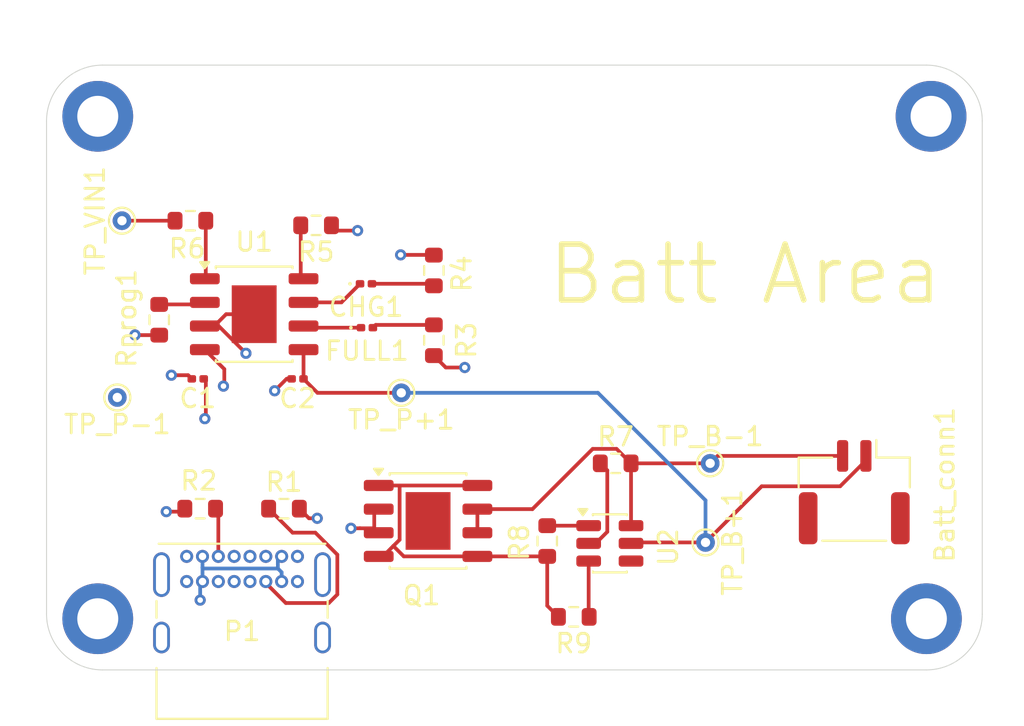
<source format=kicad_pcb>
(kicad_pcb (version 20241229) (generator "pcbnew") (generator_version "9.0")
  (layers (0 "F.Cu" signal "Top") (4 "In1.Cu" signal "GND") (6 "In2.Cu" signal "PWR") (2 "B.Cu" signal "Bottom") (13 "F.Paste" user) (15 "B.Paste" user) (5 "F.SilkS" user "F.Silkscreen") (7 "B.SilkS" user "B.Silkscreen") (1 "F.Mask" user) (3 "B.Mask" user) (25 "Edge.Cuts" user))
  (net 0 "")
  (net 1 "/B+")
  (net 2 "/B-")
  (net 3 "/VIN")
  (net 4 "GND")
  (net 5 "Net-(CHG1-K)")
  (net 6 "Net-(CHG1-A)")
  (net 7 "Net-(FULL1-A)")
  (net 8 "Net-(FULL1-K)")
  (net 9 "Net-(P1-VCONN)")
  (net 10 "Net-(P1-CC)")
  (net 13 "Net-(Q1-Pad1)")
  (net 14 "Net-(U1-CE)")
  (net 15 "Net-(U1-TEMP)")
  (net 16 "Net-(U2-CS)")
  (net 17 "Net-(U2-OD)")
  (net 18 "Net-(U2-OC)")
  (net 19 "Net-(U1-PROG)")
  (footprint "Resistor_SMD:R_0603_1608Metric" (layer "F.Cu") (at 165.225 84.36)
    (property "Reference" "R6" (at -0.175 1.5 0) (layer "F.SilkS"))
    (property "Value" "1KΩ" (hide yes))
    (fp_line (start -0.237258 -0.5225) (end 0.237258 -0.5225) (stroke (width 0.12)) (layer "F.SilkS"))
    (fp_line (start -0.237258 0.5225) (end 0.237258 0.5225) (stroke (width 0.12)) (layer "F.SilkS"))
    (pad "1" smd roundrect (at -0.825 0) (size 0.8 0.95) (layers "F.Cu" "F.Mask" "F.Paste") (net 3 "/VIN"))
    (pad "2" smd roundrect (at 0.825 0) (size 0.8 0.95) (layers "F.Cu" "F.Mask" "F.Paste") (net 15 "Net-(U1-TEMP)"))
  )
  (footprint "TestPoint:TestPoint_THTPad_D1.0mm_Drill0.5mm" (layer "F.Cu") (at 176.55 93.61 180)
    (property "Reference" "TP_P+1" (at 0 -1.448 0) (layer "F.SilkS"))
    (property "Value" "TestPoint" (hide yes))
    (fp_circle (center 0 0) (end 0 0.7) (stroke (width 0.12)) (fill no) (layer "F.SilkS"))
    (pad "1" thru_hole circle (at 0 0 180) (size 1 1) (drill 0.5) (layers "*.Cu" "*.Mask") (net 1 "/B+"))
  )
  (footprint "Connector_USB:USB_C_Receptacle_GCT_USB4085" (layer "F.Cu") (at 165.025 102.4)
    (property "Reference" "P1" (at 2.975 4.025 0) (layer "F.SilkS"))
    (property "Value" "USB_C_Plug_USB2.0" (hide yes))
    (fp_line (start -1.62 2.4) (end -1.62 3.3) (stroke (width 0.12)) (layer "F.SilkS"))
    (fp_line (start -1.62 6) (end -1.62 8.73) (stroke (width 0.12)) (layer "F.SilkS"))
    (fp_line (start -1.62 8.73) (end 7.57 8.73) (stroke (width 0.12)) (layer "F.SilkS"))
    (fp_line (start -1.5 -0.68) (end 7.45 -0.68) (stroke (width 0.12)) (layer "F.SilkS"))
    (fp_line (start 7.57 2.4) (end 7.57 3.3) (stroke (width 0.12)) (layer "F.SilkS"))
    (fp_line (start 7.57 6) (end 7.57 8.73) (stroke (width 0.12)) (layer "F.SilkS"))
    (pad "A1" thru_hole circle (at 0 0) (size 0.7 0.7) (drill 0.4) (layers "*.Cu" "*.Mask") (net 4 "GND"))
    (pad "A4" thru_hole circle (at 0.85 0) (size 0.7 0.7) (drill 0.4) (layers "*.Cu" "*.Mask") (net 3 "/VIN"))
    (pad "A5" thru_hole circle (at 1.7 0) (size 0.7 0.7) (drill 0.4) (layers "*.Cu" "*.Mask") (net 10 "Net-(P1-CC)"))
    (pad "A6" thru_hole circle (at 2.55 0) (size 0.7 0.7) (drill 0.4) (layers "*.Cu" "*.Mask"))
    (pad "A7" thru_hole circle (at 3.4 0) (size 0.7 0.7) (drill 0.4) (layers "*.Cu" "*.Mask"))
    (pad "A8" thru_hole circle (at 4.25 0) (size 0.7 0.7) (drill 0.4) (layers "*.Cu" "*.Mask"))
    (pad "A9" thru_hole circle (at 5.1 0) (size 0.7 0.7) (drill 0.4) (layers "*.Cu" "*.Mask") (net 3 "/VIN"))
    (pad "A12" thru_hole circle (at 5.95 0) (size 0.7 0.7) (drill 0.4) (layers "*.Cu" "*.Mask") (net 4 "GND"))
    (pad "B1" thru_hole circle (at 5.95 1.35) (size 0.7 0.7) (drill 0.4) (layers "*.Cu" "*.Mask") (net 4 "GND"))
    (pad "B4" thru_hole circle (at 5.1 1.35) (size 0.7 0.7) (drill 0.4) (layers "*.Cu" "*.Mask") (net 3 "/VIN"))
    (pad "B5" thru_hole circle (at 4.25 1.35) (size 0.7 0.7) (drill 0.4) (layers "*.Cu" "*.Mask") (net 9 "Net-(P1-VCONN)"))
    (pad "B6" thru_hole circle (at 3.4 1.35) (size 0.7 0.7) (drill 0.4) (layers "*.Cu" "*.Mask"))
    (pad "B7" thru_hole circle (at 2.55 1.35) (size 0.7 0.7) (drill 0.4) (layers "*.Cu" "*.Mask"))
    (pad "B8" thru_hole circle (at 1.7 1.35) (size 0.7 0.7) (drill 0.4) (layers "*.Cu" "*.Mask"))
    (pad "B9" thru_hole circle (at 0.85 1.35) (size 0.7 0.7) (drill 0.4) (layers "*.Cu" "*.Mask") (net 3 "/VIN"))
    (pad "B12" thru_hole circle (at 0 1.35) (size 0.7 0.7) (drill 0.4) (layers "*.Cu" "*.Mask") (net 4 "GND"))
    (pad "S1" thru_hole oval (at -1.35 0.98) (size 0.9 2.4) (drill oval 0.6 2.1) (layers "*.Cu" "*.Mask") (net 4 "GND"))
    (pad "S1" thru_hole oval (at -1.35 4.36) (size 0.9 1.7) (drill oval 0.6 1.4) (layers "*.Cu" "*.Mask") (net 4 "GND"))
    (pad "S1" thru_hole oval (at 7.3 0.98) (size 0.9 2.4) (drill oval 0.6 2.1) (layers "*.Cu" "*.Mask") (net 4 "GND"))
    (pad "S1" thru_hole oval (at 7.3 4.36) (size 0.9 1.7) (drill oval 0.6 1.4) (layers "*.Cu" "*.Mask") (net 4 "GND"))
  )
  (footprint "Resistor_SMD:R_0603_1608Metric" (layer "F.Cu") (at 185.8125 105.65 180)
    (property "Reference" "R9" (at 0 -1.43 0) (layer "F.SilkS"))
    (property "Value" "100Ω" (hide yes))
    (fp_line (start -0.237258 0.5225) (end 0.237258 0.5225) (stroke (width 0.12)) (layer "F.SilkS"))
    (fp_line (start -0.237258 -0.5225) (end 0.237258 -0.5225) (stroke (width 0.12)) (layer "F.SilkS"))
    (pad "1" smd roundrect (at -0.825 0 180) (size 0.8 0.95) (layers "F.Cu" "F.Mask" "F.Paste") (net 18 "Net-(U2-OC)"))
    (pad "2" smd roundrect (at 0.825 0 180) (size 0.8 0.95) (layers "F.Cu" "F.Mask" "F.Paste") (net 13 "Net-(Q1-Pad1)"))
  )
  (footprint "Connector_JST:JST_GH_BM02B-GHS-TBT_1x02-1MP_P1.25mm_Vertical" (layer "F.Cu") (at 200.875 98.95 180)
    (property "Reference" "Batt_conn1" (at -4.8625 0.4 90) (layer "F.SilkS"))
    (property "Value" "J1" (hide yes))
    (fp_line (start 2.985 1.86) (end 1.185 1.86) (stroke (width 0.12)) (layer "F.SilkS"))
    (fp_line (start 2.985 0.26) (end 2.985 1.86) (stroke (width 0.12)) (layer "F.SilkS"))
    (fp_line (start -1.185 1.86) (end -1.185 2.8) (stroke (width 0.12)) (layer "F.SilkS"))
    (fp_line (start -1.715 -2.61) (end 1.715 -2.61) (stroke (width 0.12)) (layer "F.SilkS"))
    (fp_line (start -2.985 1.86) (end -1.185 1.86) (stroke (width 0.12)) (layer "F.SilkS"))
    (fp_line (start -2.985 0.26) (end -2.985 1.86) (stroke (width 0.12)) (layer "F.SilkS"))
    (pad "1" smd roundrect (at -0.625 1.95 180) (size 0.6 1.7) (layers "F.Cu" "F.Mask" "F.Paste") (net 1 "/B+"))
    (pad "2" smd roundrect (at 0.625 1.95 180) (size 0.6 1.7) (layers "F.Cu" "F.Mask" "F.Paste") (net 2 "/B-"))
    (pad "MP" smd roundrect (at -2.475 -1.4 180) (size 1 2.8) (layers "F.Cu" "F.Mask" "F.Paste"))
    (pad "MP" smd roundrect (at 2.475 -1.4 180) (size 1 2.8) (layers "F.Cu" "F.Mask" "F.Paste"))
  )
  (footprint "Capacitor_SMD:C_0201_0603Metric" (layer "F.Cu") (at 170.98 92.86 180)
    (property "Reference" "C2" (at 0 -1.05 0) (layer "F.SilkS"))
    (property "Value" "10µF" (hide yes))
    (pad "1" smd roundrect (at -0.32 0 180) (size 0.46 0.4) (layers "F.Cu" "F.Mask") (net 1 "/B+"))
    (pad "2" smd roundrect (at 0.32 0 180) (size 0.46 0.4) (layers "F.Cu" "F.Mask") (net 4 "GND"))
  )
  (footprint "Resistor_SMD:R_0603_1608Metric" (layer "F.Cu") (at 163.55 89.685 -90)
    (property "Reference" "Rprog1" (at -0.075 1.75 90) (layer "F.SilkS"))
    (property "Value" "2KΩ" (hide yes))
    (fp_line (start -0.237258 0.5225) (end 0.237258 0.5225) (stroke (width 0.12)) (layer "F.SilkS"))
    (fp_line (start -0.237258 -0.5225) (end 0.237258 -0.5225) (stroke (width 0.12)) (layer "F.SilkS"))
    (pad "1" smd roundrect (at -0.825 0 270) (size 0.8 0.95) (layers "F.Cu" "F.Mask" "F.Paste") (net 19 "Net-(U1-PROG)"))
    (pad "2" smd roundrect (at 0.825 0 270) (size 0.8 0.95) (layers "F.Cu" "F.Mask" "F.Paste") (net 4 "GND"))
  )
  (footprint "MountingHole:MountingHole_2.2mm_M2_DIN965_Pad" (layer "F.Cu") (at 205 78.75)
    (property "Reference" "H2" (hide yes))
    (property "Value" "MountingHole" (hide yes))
    (pad "1" thru_hole circle (at 0 0) (size 3.8 3.8) (drill 2.2) (layers "*.Cu" "*.Mask"))
  )
  (footprint "Resistor_SMD:R_0603_1608Metric" (layer "F.Cu") (at 178.3 87.035 -90)
    (property "Reference" "R4" (at 0.175 -1.5 90) (layer "F.SilkS"))
    (property "Value" "1KΩ" (hide yes))
    (fp_line (start -0.237258 0.5225) (end 0.237258 0.5225) (stroke (width 0.12)) (layer "F.SilkS"))
    (fp_line (start -0.237258 -0.5225) (end 0.237258 -0.5225) (stroke (width 0.12)) (layer "F.SilkS"))
    (pad "1" smd roundrect (at -0.825 0 270) (size 0.8 0.95) (layers "F.Cu" "F.Mask" "F.Paste") (net 3 "/VIN"))
    (pad "2" smd roundrect (at 0.825 0 270) (size 0.8 0.95) (layers "F.Cu" "F.Mask" "F.Paste") (net 6 "Net-(CHG1-A)"))
  )
  (footprint "LED_SMD:LED_0201_0603Metric" (layer "F.Cu") (at 174.655 87.75)
    (property "Reference" "CHG1" (at 0 1.25 0) (layer "F.SilkS"))
    (property "Value" "LED" (hide yes))
    (fp_circle (center -0.86 0) (end -0.81 0) (stroke (width 0.1)) (fill no) (layer "F.SilkS"))
    (pad "1" smd roundrect (at -0.32 0) (size 0.46 0.4) (layers "F.Cu" "F.Mask") (net 5 "Net-(CHG1-K)"))
    (pad "2" smd roundrect (at 0.32 0) (size 0.46 0.4) (layers "F.Cu" "F.Mask") (net 6 "Net-(CHG1-A)"))
  )
  (footprint "Resistor_SMD:R_0603_1608Metric" (layer "F.Cu") (at 171.975 84.61 180)
    (property "Reference" "R5" (at 0 -1.43 0) (layer "F.SilkS"))
    (property "Value" "1KΩ" (hide yes))
    (fp_line (start -0.237258 0.5225) (end 0.237258 0.5225) (stroke (width 0.12)) (layer "F.SilkS"))
    (fp_line (start -0.237258 -0.5225) (end 0.237258 -0.5225) (stroke (width 0.12)) (layer "F.SilkS"))
    (pad "1" smd roundrect (at -0.825 0 180) (size 0.8 0.95) (layers "F.Cu" "F.Mask" "F.Paste") (net 3 "/VIN"))
    (pad "2" smd roundrect (at 0.825 0 180) (size 0.8 0.95) (layers "F.Cu" "F.Mask" "F.Paste") (net 14 "Net-(U1-CE)"))
  )
  (footprint "Package_TO_SOT_SMD:SOT-23-6" (layer "F.Cu") (at 187.75 101.7)
    (property "Reference" "U2" (at 3.1375 0.2 90) (layer "F.SilkS"))
    (property "Value" "DW01A" (hide yes))
    (fp_line (start -0.91 -1.56) (end 0.91 -1.56) (stroke (width 0.12)) (layer "F.SilkS"))
    (fp_line (start -0.91 -1.51) (end -0.91 -1.56) (stroke (width 0.12)) (layer "F.SilkS"))
    (fp_line (start -0.91 1.56) (end -0.91 1.51) (stroke (width 0.12)) (layer "F.SilkS"))
    (fp_line (start 0.91 -1.56) (end 0.91 -1.51) (stroke (width 0.12)) (layer "F.SilkS"))
    (fp_line (start 0.91 1.51) (end 0.91 1.56) (stroke (width 0.12)) (layer "F.SilkS"))
    (fp_line (start 0.91 1.56) (end -0.91 1.56) (stroke (width 0.12)) (layer "F.SilkS"))
    (fp_poly (pts (xy -1.45 -1.51) (xy -1.69 -1.84) (xy -1.21 -1.84)) (stroke (width 0.12)) (fill yes) (layer "F.SilkS"))
    (pad "1" smd roundrect (at -1.1375 -0.95) (size 1.325 0.6) (layers "F.Cu" "F.Mask" "F.Paste") (net 17 "Net-(U2-OD)"))
    (pad "2" smd roundrect (at -1.1375 0) (size 1.325 0.6) (layers "F.Cu" "F.Mask" "F.Paste") (net 16 "Net-(U2-CS)"))
    (pad "3" smd roundrect (at -1.1375 0.95) (size 1.325 0.6) (layers "F.Cu" "F.Mask" "F.Paste") (net 18 "Net-(U2-OC)"))
    (pad "4" smd roundrect (at 1.1375 0.95) (size 1.325 0.6) (layers "F.Cu" "F.Mask" "F.Paste"))
    (pad "5" smd roundrect (at 1.1375 0) (size 1.325 0.6) (layers "F.Cu" "F.Mask" "F.Paste") (net 1 "/B+"))
    (pad "6" smd roundrect (at 1.1375 -0.95) (size 1.325 0.6) (layers "F.Cu" "F.Mask" "F.Paste") (net 2 "/B-"))
  )
  (footprint "Package_SO:HSOP-8-1EP_3.9x4.9mm_P1.27mm_EP2.41x3.1mm" (layer "F.Cu") (at 168.65 89.385)
    (property "Reference" "U1" (at 0 -3.885 0) (layer "F.SilkS"))
    (property "Value" "TP4056-42-ESOP8" (hide yes))
    (fp_line (start -2.06 -2.56) (end 2.06 -2.56) (stroke (width 0.12)) (layer "F.SilkS"))
    (fp_line (start -2.06 -2.465) (end -2.06 -2.56) (stroke (width 0.12)) (layer "F.SilkS"))
    (fp_line (start -2.06 2.56) (end -2.06 2.465) (stroke (width 0.12)) (layer "F.SilkS"))
    (fp_line (start 2.06 -2.56) (end 2.06 -2.465) (stroke (width 0.12)) (layer "F.SilkS"))
    (fp_line (start 2.06 2.465) (end 2.06 2.56) (stroke (width 0.12)) (layer "F.SilkS"))
    (fp_line (start 2.06 2.56) (end -2.06 2.56) (stroke (width 0.12)) (layer "F.SilkS"))
    (fp_poly (pts (xy -2.66 -2.47) (xy -2.9 -2.8) (xy -2.42 -2.8)) (stroke (width 0.12)) (fill yes) (layer "F.SilkS"))
    (pad "1" smd roundrect (at -2.65 -1.905) (size 1.6 0.6) (layers "F.Cu" "F.Mask" "F.Paste") (net 15 "Net-(U1-TEMP)"))
    (pad "2" smd roundrect (at -2.65 -0.635) (size 1.6 0.6) (layers "F.Cu" "F.Mask" "F.Paste") (net 19 "Net-(U1-PROG)"))
    (pad "3" smd roundrect (at -2.65 0.635) (size 1.6 0.6) (layers "F.Cu" "F.Mask" "F.Paste") (net 4 "GND"))
    (pad "4" smd roundrect (at -2.65 1.905) (size 1.6 0.6) (layers "F.Cu" "F.Mask" "F.Paste") (net 3 "/VIN"))
    (pad "5" smd roundrect (at 2.65 1.905) (size 1.6 0.6) (layers "F.Cu" "F.Mask" "F.Paste") (net 1 "/B+"))
    (pad "6" smd roundrect (at 2.65 0.635) (size 1.6 0.6) (layers "F.Cu" "F.Mask" "F.Paste") (net 8 "Net-(FULL1-K)"))
    (pad "7" smd roundrect (at 2.65 -0.635) (size 1.6 0.6) (layers "F.Cu" "F.Mask" "F.Paste") (net 5 "Net-(CHG1-K)"))
    (pad "8" smd roundrect (at 2.65 -1.905) (size 1.6 0.6) (layers "F.Cu" "F.Mask" "F.Paste") (net 14 "Net-(U1-CE)"))
    (pad "9" smd rect (at 0 0) (size 2.41 3.1) (property pad_prop_heatsink) (layers "F.Cu" "F.Mask") (net 4 "GND"))
  )
  (footprint "MountingHole:MountingHole_2.2mm_M2_DIN965_Pad" (layer "F.Cu") (at 204.75 105.75)
    (property "Reference" "H4" (hide yes))
    (property "Value" "MountingHole" (hide yes))
    (pad "1" thru_hole circle (at 0 0) (size 3.8 3.8) (drill 2.2) (layers "*.Cu" "*.Mask"))
  )
  (footprint "Resistor_SMD:R_0603_1608Metric" (layer "F.Cu") (at 170.25 99.835)
    (property "Reference" "R1" (at 0 -1.43 0) (layer "F.SilkS"))
    (property "Value" "5.1KΩ" (hide yes))
    (fp_line (start -0.237258 -0.5225) (end 0.237258 -0.5225) (stroke (width 0.12)) (layer "F.SilkS"))
    (fp_line (start -0.237258 0.5225) (end 0.237258 0.5225) (stroke (width 0.12)) (layer "F.SilkS"))
    (pad "1" smd roundrect (at -0.825 0) (size 0.8 0.95) (layers "F.Cu" "F.Mask" "F.Paste") (net 9 "Net-(P1-VCONN)"))
    (pad "2" smd roundrect (at 0.825 0) (size 0.8 0.95) (layers "F.Cu" "F.Mask" "F.Paste") (net 4 "GND"))
  )
  (footprint "Capacitor_SMD:C_0201_0603Metric" (layer "F.Cu") (at 165.62 92.86 180)
    (property "Reference" "C1" (at 0 -1.05 0) (layer "F.SilkS"))
    (property "Value" "10µF" (hide yes))
    (pad "1" smd roundrect (at -0.32 0 180) (size 0.46 0.4) (layers "F.Cu" "F.Mask") (net 3 "/VIN"))
    (pad "2" smd roundrect (at 0.32 0 180) (size 0.46 0.4) (layers "F.Cu" "F.Mask") (net 4 "GND"))
  )
  (footprint "MountingHole:MountingHole_2.2mm_M2_DIN965_Pad" (layer "F.Cu") (at 160.25 105.75)
    (property "Reference" "H3" (hide yes))
    (property "Value" "MountingHole" (hide yes))
    (pad "1" thru_hole circle (at 0 0) (size 3.8 3.8) (drill 2.2) (layers "*.Cu" "*.Mask"))
  )
  (footprint "TestPoint:TestPoint_THTPad_D1.0mm_Drill0.5mm" (layer "F.Cu") (at 193.1375 97.4)
    (property "Reference" "TP_B-1" (at 0 -1.448 0) (layer "F.SilkS"))
    (property "Value" "TestPoint" (hide yes))
    (fp_circle (center 0 0) (end 0 0.7) (stroke (width 0.12)) (fill no) (layer "F.SilkS"))
    (pad "1" thru_hole circle (at 0 0) (size 1 1) (drill 0.5) (layers "*.Cu" "*.Mask") (net 2 "/B-"))
  )
  (footprint "MountingHole:MountingHole_2.2mm_M2_DIN965_Pad" (layer "F.Cu") (at 160.25 78.75)
    (property "Reference" "H1" (hide yes))
    (property "Value" "MountingHole" (hide yes))
    (pad "1" thru_hole circle (at 0 0) (size 3.8 3.8) (drill 2.2) (layers "*.Cu" "*.Mask"))
  )
  (footprint "TestPoint:TestPoint_THTPad_D1.0mm_Drill0.5mm" (layer "F.Cu") (at 161.55 84.36 90)
    (property "Reference" "TP_VIN1" (at 0 -1.448 90) (layer "F.SilkS"))
    (property "Value" "TestPoint" (hide yes))
    (fp_circle (center 0 0) (end 0 0.7) (stroke (width 0.12)) (fill no) (layer "F.SilkS"))
    (pad "1" thru_hole circle (at 0 0 90) (size 1 1) (drill 0.5) (layers "*.Cu" "*.Mask") (net 3 "/VIN"))
  )
  (footprint "Resistor_SMD:R_0603_1608Metric" (layer "F.Cu") (at 178.3 90.785 90)
    (property "Reference" "R3" (at 0 1.75 90) (layer "F.SilkS"))
    (property "Value" "1KΩ" (hide yes))
    (fp_line (start -0.237258 -0.5225) (end 0.237258 -0.5225) (stroke (width 0.12)) (layer "F.SilkS"))
    (fp_line (start -0.237258 0.5225) (end 0.237258 0.5225) (stroke (width 0.12)) (layer "F.SilkS"))
    (pad "1" smd roundrect (at -0.825 0 90) (size 0.8 0.95) (layers "F.Cu" "F.Mask" "F.Paste") (net 3 "/VIN"))
    (pad "2" smd roundrect (at 0.825 0 90) (size 0.8 0.95) (layers "F.Cu" "F.Mask" "F.Paste") (net 7 "Net-(FULL1-A)"))
  )
  (footprint "Package_SO:HSOP-8-1EP_3.9x4.9mm_P1.27mm_EP2.41x3.1mm" (layer "F.Cu") (at 177.9875 100.495)
    (property "Reference" "Q1" (at -0.35 4.005 0) (layer "F.SilkS"))
    (property "Value" "FS8205A" (hide yes))
    (fp_line (start -2.06 -2.56) (end 2.06 -2.56) (stroke (width 0.12)) (layer "F.SilkS"))
    (fp_line (start -2.06 -2.465) (end -2.06 -2.56) (stroke (width 0.12)) (layer "F.SilkS"))
    (fp_line (start -2.06 2.56) (end -2.06 2.465) (stroke (width 0.12)) (layer "F.SilkS"))
    (fp_line (start 2.06 -2.56) (end 2.06 -2.465) (stroke (width 0.12)) (layer "F.SilkS"))
    (fp_line (start 2.06 2.465) (end 2.06 2.56) (stroke (width 0.12)) (layer "F.SilkS"))
    (fp_line (start 2.06 2.56) (end -2.06 2.56) (stroke (width 0.12)) (layer "F.SilkS"))
    (fp_poly (pts (xy -2.66 -2.47) (xy -2.9 -2.8) (xy -2.42 -2.8)) (stroke (width 0.12)) (fill yes) (layer "F.SilkS"))
    (pad "1" smd roundrect (at -2.65 -1.905) (size 1.6 0.6) (layers "F.Cu" "F.Mask" "F.Paste") (net 13 "Net-(Q1-Pad1)"))
    (pad "2" smd roundrect (at -2.65 -0.635) (size 1.6 0.6) (layers "F.Cu" "F.Mask" "F.Paste") (net 4 "GND"))
    (pad "3" smd roundrect (at -2.65 0.635) (size 1.6 0.6) (layers "F.Cu" "F.Mask" "F.Paste") (net 4 "GND"))
    (pad "4" smd roundrect (at -2.65 1.905) (size 1.6 0.6) (layers "F.Cu" "F.Mask" "F.Paste") (net 13 "Net-(Q1-Pad1)"))
    (pad "5" smd roundrect (at 2.65 1.905) (size 1.6 0.6) (layers "F.Cu" "F.Mask" "F.Paste") (net 13 "Net-(Q1-Pad1)"))
    (pad "6" smd roundrect (at 2.65 0.635) (size 1.6 0.6) (layers "F.Cu" "F.Mask" "F.Paste") (net 2 "/B-"))
    (pad "7" smd roundrect (at 2.65 -0.635) (size 1.6 0.6) (layers "F.Cu" "F.Mask" "F.Paste") (net 2 "/B-"))
    (pad "8" smd roundrect (at 2.65 -1.905) (size 1.6 0.6) (layers "F.Cu" "F.Mask" "F.Paste") (net 13 "Net-(Q1-Pad1)"))
    (pad "9" smd rect (at 0 0) (size 2.41 3.1) (property pad_prop_heatsink) (layers "F.Cu" "F.Mask"))
  )
  (footprint "Resistor_SMD:R_0603_1608Metric" (layer "F.Cu") (at 165.75 99.835 180)
    (property "Reference" "R2" (at 0.075 1.5 0) (layer "F.SilkS"))
    (property "Value" "5.1KΩ" (hide yes))
    (fp_line (start -0.237258 0.5225) (end 0.237258 0.5225) (stroke (width 0.12)) (layer "F.SilkS"))
    (fp_line (start -0.237258 -0.5225) (end 0.237258 -0.5225) (stroke (width 0.12)) (layer "F.SilkS"))
    (pad "1" smd roundrect (at -0.825 0 180) (size 0.8 0.95) (layers "F.Cu" "F.Mask" "F.Paste") (net 10 "Net-(P1-CC)"))
    (pad "2" smd roundrect (at 0.825 0 180) (size 0.8 0.95) (layers "F.Cu" "F.Mask" "F.Paste") (net 4 "GND"))
  )
  (footprint "Resistor_SMD:R_0603_1608Metric" (layer "F.Cu") (at 188.0625 97.4)
    (property "Reference" "R7" (at 0 -1.43 0) (layer "F.SilkS"))
    (property "Value" "200mΩ" (hide yes))
    (fp_line (start -0.237258 -0.5225) (end 0.237258 -0.5225) (stroke (width 0.12)) (layer "F.SilkS"))
    (fp_line (start -0.237258 0.5225) (end 0.237258 0.5225) (stroke (width 0.12)) (layer "F.SilkS"))
    (pad "1" smd roundrect (at -0.825 0) (size 0.8 0.95) (layers "F.Cu" "F.Mask" "F.Paste") (net 16 "Net-(U2-CS)"))
    (pad "2" smd roundrect (at 0.825 0) (size 0.8 0.95) (layers "F.Cu" "F.Mask" "F.Paste") (net 2 "/B-"))
  )
  (footprint "LED_SMD:LED_0201_0603Metric" (layer "F.Cu") (at 174.705 90.11)
    (property "Reference" "FULL1" (at 0 1.25 0) (layer "F.SilkS"))
    (property "Value" "LED" (hide yes))
    (fp_circle (center -0.86 0) (end -0.81 0) (stroke (width 0.1)) (fill no) (layer "F.SilkS"))
    (pad "1" smd roundrect (at -0.32 0) (size 0.46 0.4) (layers "F.Cu" "F.Mask") (net 8 "Net-(FULL1-K)"))
    (pad "2" smd roundrect (at 0.32 0) (size 0.46 0.4) (layers "F.Cu" "F.Mask") (net 7 "Net-(FULL1-A)"))
  )
  (footprint "TestPoint:TestPoint_THTPad_D1.0mm_Drill0.5mm" (layer "F.Cu") (at 161.3 93.86 180)
    (property "Reference" "TP_P-1" (at 0 -1.448 0) (layer "F.SilkS"))
    (property "Value" "TestPoint" (hide yes))
    (fp_circle (center 0 0) (end 0 0.7) (stroke (width 0.12)) (fill no) (layer "F.SilkS"))
    (pad "1" thru_hole circle (at 0 0 180) (size 1 1) (drill 0.5) (layers "*.Cu" "*.Mask") (net 4 "GND"))
  )
  (footprint "Resistor_SMD:R_0603_1608Metric" (layer "F.Cu") (at 184.3875 101.575 -90)
    (property "Reference" "R8" (at 0.075 1.5 90) (layer "F.SilkS"))
    (property "Value" "100Ω" (hide yes))
    (fp_line (start -0.237258 0.5225) (end 0.237258 0.5225) (stroke (width 0.12)) (layer "F.SilkS"))
    (fp_line (start -0.237258 -0.5225) (end 0.237258 -0.5225) (stroke (width 0.12)) (layer "F.SilkS"))
    (pad "1" smd roundrect (at -0.825 0 270) (size 0.8 0.95) (layers "F.Cu" "F.Mask" "F.Paste") (net 17 "Net-(U2-OD)"))
    (pad "2" smd roundrect (at 0.825 0 270) (size 0.8 0.95) (layers "F.Cu" "F.Mask" "F.Paste") (net 13 "Net-(Q1-Pad1)"))
  )
  (footprint "TestPoint:TestPoint_THTPad_D1.0mm_Drill0.5mm" (layer "F.Cu") (at 192.8875 101.65 -90)
    (property "Reference" "TP_B+1" (at 0 -1.448 90) (layer "F.SilkS"))
    (property "Value" "TestPoint" (hide yes))
    (fp_circle (center 0 0) (end 0 0.7) (stroke (width 0.12)) (fill no) (layer "F.SilkS"))
    (pad "1" thru_hole circle (at 0 0 270) (size 1 1) (drill 0.5) (layers "*.Cu" "*.Mask") (net 1 "/B+"))
  )
  (gr_line (start 207.75 79) (end 207.75 105.5) (stroke (width 0.05)) (layer "Edge.Cuts"))
  (gr_arc (start 204.75 76) (mid 206.87132 76.87868) (end 207.75 79) (stroke (width 0.05)) (layer "Edge.Cuts"))
  (gr_arc (start 157.5 79) (mid 158.37868 76.87868) (end 160.5 76) (stroke (width 0.05)) (layer "Edge.Cuts"))
  (gr_arc (start 207.75 105.5) (mid 206.87132 107.62132) (end 204.75 108.5) (stroke (width 0.05)) (layer "Edge.Cuts"))
  (gr_line (start 160.5 76) (end 204.75 76) (stroke (width 0.05)) (layer "Edge.Cuts"))
  (gr_line (start 157.5 105.5) (end 157.5 79) (stroke (width 0.05)) (layer "Edge.Cuts"))
  (gr_arc (start 160.5 108.5) (mid 158.37868 107.62132) (end 157.5 105.5) (stroke (width 0.05)) (layer "Edge.Cuts"))
  (gr_line (start 204.75 108.5) (end 160.5 108.5) (stroke (width 0.05)) (layer "Edge.Cuts"))
  (gr_text "Batt Area" (at 184.25 89 0) (layer "F.SilkS") (effects (font (size 3 3) (thickness 0.3) (bold yes)) (justify left bottom)))
  (segment (start 171.3 91.29) (end 171.3 92.86) (width 0.2) (layer "F.Cu") (net 1))
  (segment (start 188.9375 101.65) (end 192.8875 101.65) (width 0.2) (layer "F.Cu") (net 1))
  (segment (start 172.05 93.61) (end 171.3 92.86) (width 0.2) (layer "F.Cu") (net 1))
  (segment (start 201.5 97.2499) (end 201.5 97) (width 0.2) (layer "F.Cu") (net 1))
  (segment (start 176.55 93.61) (end 172.05 93.61) (width 0.2) (layer "F.Cu") (net 1))
  (segment (start 188.8875 101.7) (end 188.9375 101.65) (width 0.2) (layer "F.Cu") (net 1))
  (segment (start 192.8875 101.65) (end 195.9043 98.6332) (width 0.2) (layer "F.Cu") (net 1))
  (segment (start 200.1167 98.6332) (end 201.5 97.2499) (width 0.2) (layer "F.Cu") (net 1))
  (segment (start 195.9043 98.6332) (end 200.1167 98.6332) (width 0.2) (layer "F.Cu") (net 1))
  (segment (start 192.8875 99.3875) (end 192.8875 101.65) (width 0.2) (layer "B.Cu") (net 1))
  (segment (start 187.11 93.61) (end 192.8875 99.3875) (width 0.2) (layer "B.Cu") (net 1))
  (segment (start 176.55 93.61) (end 187.11 93.61) (width 0.2) (layer "B.Cu") (net 1))
  (segment (start 193.5375 97) (end 193.1375 97.4) (width 0.2) (layer "F.Cu") (net 2))
  (segment (start 183.5918 99.86) (end 180.6375 99.86) (width 0.2) (layer "F.Cu") (net 2))
  (segment (start 180.6375 99.86) (end 180.6375 101.13) (width 0.2) (layer "F.Cu") (net 2))
  (segment (start 188.8875 97.4) (end 188.11 96.6225) (width 0.2) (layer "F.Cu") (net 2))
  (segment (start 188.8875 100.75) (end 188.8875 97.4) (width 0.2) (layer "F.Cu") (net 2))
  (segment (start 188.11 96.6225) (end 186.8293 96.6225) (width 0.2) (layer "F.Cu") (net 2))
  (segment (start 200.25 97) (end 193.5375 97) (width 0.2) (layer "F.Cu") (net 2))
  (segment (start 186.8293 96.6225) (end 183.5918 99.86) (width 0.2) (layer "F.Cu") (net 2))
  (segment (start 188.8875 97.4) (end 193.1375 97.4) (width 0.2) (layer "F.Cu") (net 2))
  (segment (start 167.0455 93.2045) (end 167.0455 92.3355) (width 0.2) (layer "F.Cu") (net 3))
  (segment (start 166.0536 94.9464) (end 166.0536 92.9736) (width 0.2) (layer "F.Cu") (net 3))
  (segment (start 178.9396 92.2496) (end 178.3 91.61) (width 0.2) (layer "F.Cu") (net 3))
  (segment (start 165.875 104.625) (end 165.75 104.75) (width 0.2) (layer "F.Cu") (net 3))
  (segment (start 173.0829 84.8929) (end 172.8 84.61) (width 0.2) (layer "F.Cu") (net 3))
  (segment (start 164.2748 84.4852) (end 164.4 84.36) (width 0.2) (layer "F.Cu") (net 3))
  (segment (start 176.5152 86.1972) (end 178.2872 86.1972) (width 0.2) (layer "F.Cu") (net 3))
  (segment (start 167.0455 92.3355) (end 166 91.29) (width 0.2) (layer "F.Cu") (net 3))
  (segment (start 166.0536 92.9736) (end 165.94 92.86) (width 0.2) (layer "F.Cu") (net 3))
  (segment (start 167 93.25) (end 167.0455 93.2045) (width 0.2) (layer "F.Cu") (net 3))
  (segment (start 178.2872 86.1972) (end 178.3 86.21) (width 0.2) (layer "F.Cu") (net 3))
  (segment (start 164.4 84.36) (end 161.55 84.36) (width 0.2) (layer "F.Cu") (net 3))
  (segment (start 161.6752 84.4852) (end 161.55 84.36) (width 0.2) (layer "F.Cu") (net 3))
  (segment (start 179.9587 92.2496) (end 178.9396 92.2496) (width 0.2) (layer "F.Cu") (net 3))
  (segment (start 169.968974 102.556026) (end 170.125 102.4) (width 0.2) (layer "F.Cu") (net 3))
  (segment (start 166 95) (end 166.0536 94.9464) (width 0.2) (layer "F.Cu") (net 3))
  (segment (start 174.2035 84.8929) (end 173.0829 84.8929) (width 0.2) (layer "F.Cu") (net 3))
  (via (at 167 93.25) (size 0.6) (drill 0.3) (layers "F.Cu" "B.Cu") (net 3))
  (via (at 174.2035 84.8929) (size 0.6) (drill 0.3) (layers "F.Cu" "B.Cu") (net 3))
  (via (at 165.75 104.75) (size 0.6) (drill 0.3) (layers "F.Cu" "B.Cu") (net 3))
  (via (at 179.9587 92.2496) (size 0.6) (drill 0.3) (layers "F.Cu" "B.Cu") (net 3))
  (via (at 166 95) (size 0.6) (drill 0.3) (layers "F.Cu" "B.Cu") (net 3))
  (via (at 176.5152 86.1972) (size 0.6) (drill 0.3) (layers "F.Cu" "B.Cu") (net 3))
  (segment (start 169.920974 103.051) (end 170.125 103.255026) (width 0.2) (layer "B.Cu") (net 3))
  (segment (start 165.75 103.875) (end 165.875 103.75) (width 0.2) (layer "B.Cu") (net 3))
  (segment (start 165.75 104.75) (end 165.75 103.875) (width 0.2) (layer "B.Cu") (net 3))
  (segment (start 169.920974 102.604026) (end 170.125 102.4) (width 0.2) (layer "B.Cu") (net 3))
  (segment (start 165.875 103) (end 165.875 102.4) (width 0.2) (layer "B.Cu") (net 3))
  (segment (start 165.875 103) (end 165.926 103.051) (width 0.2) (layer "B.Cu") (net 3))
  (segment (start 169.920974 103.051) (end 169.920974 102.604026) (width 0.2) (layer "B.Cu") (net 3))
  (segment (start 170.125 103.255026) (end 170.125 103.75) (width 0.2) (layer "B.Cu") (net 3))
  (segment (start 165.875 103.75) (end 165.875 103) (width 0.2) (layer "B.Cu") (net 3))
  (segment (start 165.926 103.051) (end 169.920974 103.051) (width 0.2) (layer "B.Cu") (net 3))
  (segment (start 175.098 100.0995) (end 175.3375 99.86) (width 0.2) (layer "F.Cu") (net 4))
  (segment (start 173.8468 100.8905) (end 174.307 100.8905) (width 0.2) (layer "F.Cu") (net 4))
  (segment (start 171.5934 100.3534) (end 171.075 99.835) (width 0.2) (layer "F.Cu") (net 4))
  (segment (start 172.0367 100.3534) (end 171.5934 100.3534) (width 0.2) (layer "F.Cu") (net 4))
  (segment (start 164.2025 92.6633) (end 165.1033 92.6633) (width 0.2) (layer "F.Cu") (net 4))
  (segment (start 162.25 90.5) (end 162.26 90.51) (width 0.2) (layer "F.Cu") (net 4))
  (segment (start 162.26 90.51) (end 163.55 90.51) (width 0.2) (layer "F.Cu") (net 4))
  (segment (start 166 90.02) (end 166.5083 90.02) (width 0.2) (layer "F.Cu") (net 4))
  (segment (start 174.3483 100.8905) (end 175.098 100.8905) (width 0.2) (layer "F.Cu") (net 4))
  (segment (start 168.65 89.385) (end 167.1433 89.385) (width 0.2) (layer "F.Cu") (net 4))
  (segment (start 175.098 100.8905) (end 175.3375 101.13) (width 0.2) (layer "F.Cu") (net 4))
  (segment (start 164.7638 99.9962) (end 164.925 99.835) (width 0.2) (layer "F.Cu") (net 4))
  (segment (start 170.39 92.86) (end 170.66 92.86) (width 0.2) (layer "F.Cu") (net 4))
  (segment (start 169.75 93.5) (end 170.39 92.86) (width 0.2) (layer "F.Cu") (net 4))
  (segment (start 174.307 100.8905) (end 174.3483 100.8905) (width 0.2) (layer "F.Cu") (net 4))
  (segment (start 163.9298 99.9962) (end 164.7638 99.9962) (width 0.2) (layer "F.Cu") (net 4))
  (segment (start 169.75 93.5) (end 169.8502 93.3998) (width 0.2) (layer "F.Cu") (net 4))
  (segment (start 166.6252 89.9031) (end 167.1433 89.385) (width 0.2) (layer "F.Cu") (net 4))
  (segment (start 175.098 100.8905) (end 175.098 100.0995) (width 0.2) (layer "F.Cu") (net 4))
  (segment (start 168.2073 91.4852) (end 166.6252 89.9031) (width 0.2) (layer "F.Cu") (net 4))
  (segment (start 165.1033 92.6633) (end 165.3 92.86) (width 0.2) (layer "F.Cu") (net 4))
  (segment (start 166.5083 90.02) (end 166.6252 89.9031) (width 0.2) (layer "F.Cu") (net 4))
  (via (at 168.2073 91.4852) (size 0.6) (drill 0.3) (layers "F.Cu" "B.Cu") (net 4))
  (via (at 173.8468 100.8905) (size 0.6) (drill 0.3) (layers "F.Cu" "B.Cu") (net 4))
  (via (at 172.0367 100.3534) (size 0.6) (drill 0.3) (layers "F.Cu" "B.Cu") (net 4))
  (via (at 169.75 93.5) (size 0.6) (drill 0.3) (layers "F.Cu" "B.Cu") (net 4))
  (via (at 162.25 90.5) (size 0.6) (drill 0.3) (layers "F.Cu" "B.Cu") (net 4))
  (via (at 164.2025 92.6633) (size 0.6) (drill 0.3) (layers "F.Cu" "B.Cu") (net 4))
  (via (at 163.9298 99.9962) (size 0.6) (drill 0.3) (layers "F.Cu" "B.Cu") (net 4))
  (segment (start 173.335 88.75) (end 174.335 87.75) (width 0.2) (layer "F.Cu") (net 5))
  (segment (start 171.3 88.75) (end 173.335 88.75) (width 0.2) (layer "F.Cu") (net 5))
  (segment (start 174.975 87.75) (end 178.19 87.75) (width 0.2) (layer "F.Cu") (net 6))
  (segment (start 178.19 87.75) (end 178.3 87.86) (width 0.2) (layer "F.Cu") (net 6))
  (segment (start 178.3 89.96) (end 175.175 89.96) (width 0.2) (layer "F.Cu") (net 7))
  (segment (start 175.175 89.96) (end 175.025 90.11) (width 0.2) (layer "F.Cu") (net 7))
  (segment (start 174.385 90.11) (end 171.39 90.11) (width 0.2) (layer "F.Cu") (net 8))
  (segment (start 171.39 90.11) (end 171.3 90.02) (width 0.2) (layer "F.Cu") (net 8))
  (segment (start 172.6571 104.9055) (end 173.1152 104.4474) (width 0.2) (layer "F.Cu") (net 9))
  (segment (start 173.1152 102.3055) (end 171.9349 101.1252) (width 0.2) (layer "F.Cu") (net 9))
  (segment (start 170.7152 101.1252) (end 169.425 99.835) (width 0.2) (layer "F.Cu") (net 9))
  (segment (start 170.3492 104.9055) (end 172.6571 104.9055) (width 0.2) (layer "F.Cu") (net 9))
  (segment (start 169.275 103.75) (end 169.275 103.8313) (width 0.2) (layer "F.Cu") (net 9))
  (segment (start 173.1152 104.4474) (end 173.1152 102.3055) (width 0.2) (layer "F.Cu") (net 9))
  (segment (start 169.275 103.8313) (end 170.3492 104.9055) (width 0.2) (layer "F.Cu") (net 9))
  (segment (start 171.9349 101.1252) (end 170.7152 101.1252) (width 0.2) (layer "F.Cu") (net 9))
  (segment (start 166.725 99.985) (end 166.575 99.835) (width 0.2) (layer "F.Cu") (net 10))
  (segment (start 166.725 102.4) (end 166.725 99.985) (width 0.2) (layer "F.Cu") (net 10))
  (segment (start 184.3875 102.4) (end 180.6375 102.4) (width 0.2) (layer "F.Cu") (net 13))
  (segment (start 176.4603 98.59) (end 180.6375 98.59) (width 0.2) (layer "F.Cu") (net 13))
  (segment (start 184.9875 105.65) (end 184.3875 105.05) (width 0.2) (layer "F.Cu") (net 13))
  (segment (start 175.5643 102.4) (end 175.3375 102.4) (width 0.2) (layer "F.Cu") (net 13))
  (segment (start 176.1243 101.84) (end 175.5643 102.4) (width 0.2) (layer "F.Cu") (net 13))
  (segment (start 180.6375 102.4) (end 176.6843 102.4) (width 0.2) (layer "F.Cu") (net 13))
  (segment (start 176.4603 98.59) (end 176.4603 101.504) (width 0.2) (layer "F.Cu") (net 13))
  (segment (start 175.3375 98.59) (end 176.4603 98.59) (width 0.2) (layer "F.Cu") (net 13))
  (segment (start 176.4603 101.504) (end 176.1243 101.84) (width 0.2) (layer "F.Cu") (net 13))
  (segment (start 176.6843 102.4) (end 176.1243 101.84) (width 0.2) (layer "F.Cu") (net 13))
  (segment (start 184.3875 105.05) (end 184.3875 102.4) (width 0.2) (layer "F.Cu") (net 13))
  (segment (start 171.15 84.61) (end 171.15 87.33) (width 0.2) (layer "F.Cu") (net 14))
  (segment (start 171.15 87.33) (end 171.3 87.48) (width 0.2) (layer "F.Cu") (net 14))
  (segment (start 166.05 87.43) (end 166.05 84.36) (width 0.2) (layer "F.Cu") (net 15))
  (segment (start 166 87.48) (end 166.05 87.43) (width 0.2) (layer "F.Cu") (net 15))
  (segment (start 186.6125 101.7) (end 186.9908 101.7) (width 0.2) (layer "F.Cu") (net 16))
  (segment (start 187.6123 97.7748) (end 187.2375 97.4) (width 0.2) (layer "F.Cu") (net 16))
  (segment (start 187.6123 101.0785) (end 187.6123 97.7748) (width 0.2) (layer "F.Cu") (net 16))
  (segment (start 186.9908 101.7) (end 187.6123 101.0785) (width 0.2) (layer "F.Cu") (net 16))
  (segment (start 186.6125 100.75) (end 184.3875 100.75) (width 0.2) (layer "F.Cu") (net 17))
  (segment (start 186.6125 102.65) (end 186.6125 105.625) (width 0.2) (layer "F.Cu") (net 18))
  (segment (start 186.6125 105.625) (end 186.6375 105.65) (width 0.2) (layer "F.Cu") (net 18))
  (segment (start 163.55 88.86) (end 165.89 88.86) (width 0.2) (layer "F.Cu") (net 19))
  (segment (start 165.89 88.86) (end 166 88.75) (width 0.2) (layer "F.Cu") (net 19))
)
</source>
